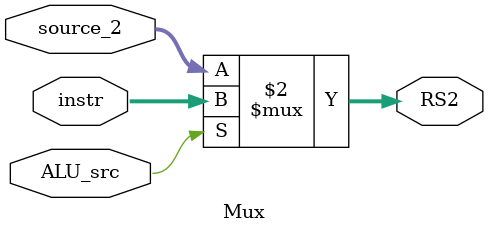
<source format=sv>
`timescale 1ns / 1ps


module Mux #(Imlength = 32)(
    input logic ALU_src,
    input logic [Imlength-1:0]instr,
    input logic [31: 0] source_2,
    output logic [31: 0] RS2
    );
    
    always_comb
    begin
        
        RS2 = (ALU_src)? instr: source_2;   // if ALu_src 
        
    end
        
endmodule

</source>
